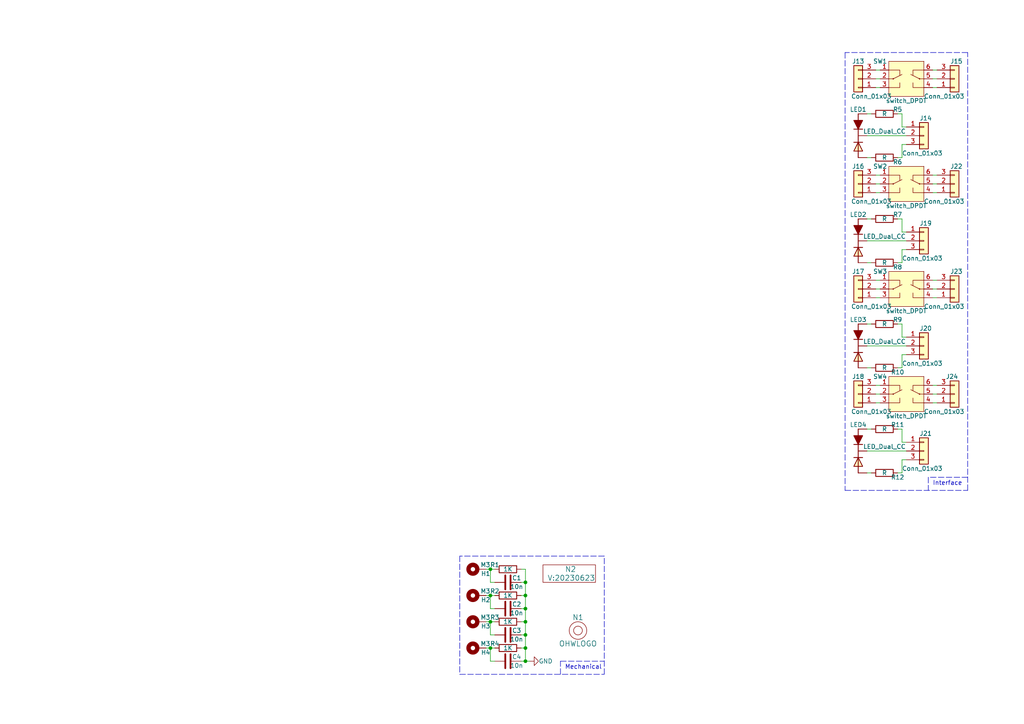
<source format=kicad_sch>
(kicad_sch (version 20211123) (generator eeschema)
  (paper "A4")
  (lib_symbols
    (symbol "Connector_Generic:Conn_01x03" (pin_names (offset 1.016) hide)
      (property "Reference" "J" (at 0 5.08 0))
      (property "Value" "Conn_01x03" (at 0 -5.08 0))
      (symbol "Conn_01x03_1_1"
        (rectangle (start -1.27 -2.413) (end 0 -2.667) (stroke (width 0.1524)))
        (rectangle (start -1.27 0.127) (end 0 -0.127) (stroke (width 0.1524)))
        (rectangle (start -1.27 2.667) (end 0 2.413) (stroke (width 0.1524)))
        (rectangle (start -1.27 3.81) (end 1.27 -3.81) (stroke (width 0.254)) (fill (type background)))
        (pin passive line (at -5.08 2.54 0) (length 3.81) (name "Pin_1") (number "1"))
        (pin passive line (at -5.08 0 0) (length 3.81) (name "Pin_2") (number "2"))
        (pin passive line (at -5.08 -2.54 0) (length 3.81) (name "Pin_3") (number "3"))
      )
    )
    (symbol "Device:C" (pin_numbers hide) (pin_names (offset 0.254))
      (property "Reference" "C" (at 0.635 2.54 0))
      (property "Value" "C" (at 0.635 -2.54 0))
      (symbol "C_0_1"
        (polyline (pts (xy -2.032 -0.762) (xy 2.032 -0.762)) (stroke (width 0.508)))
        (polyline (pts (xy -2.032 0.762) (xy 2.032 0.762)) (stroke (width 0.508)))
      )
      (symbol "C_1_1"
        (pin passive line (at 0 3.81 270) (length 2.794) (name "~") (number "1"))
        (pin passive line (at 0 -3.81 90) (length 2.794) (name "~") (number "2"))
      )
    )
    (symbol "Device:R" (pin_numbers hide) (pin_names (offset 0))
      (property "Reference" "R" (at 2.032 0 90))
      (property "Value" "R" (at 0 0 90))
      (symbol "R_0_1"
        (rectangle (start -1.016 -2.54) (end 1.016 2.54) (stroke (width 0.254)))
      )
      (symbol "R_1_1"
        (pin passive line (at 0 3.81 270) (length 1.27) (name "~") (number "1"))
        (pin passive line (at 0 -3.81 90) (length 1.27) (name "~") (number "2"))
      )
    )
    (symbol "Mechanical:MountingHole_Pad" (pin_numbers hide) (pin_names (offset 1.016) hide)
      (property "Reference" "H" (at 0 6.35 0))
      (property "Value" "MountingHole_Pad" (at 0 4.445 0))
      (symbol "MountingHole_Pad_0_1"
        (circle (center 0 1.27) (radius 1.27) (stroke (width 1.27)))
      )
      (symbol "MountingHole_Pad_1_1"
        (pin input line (at 0 -2.54 90) (length 2.54) (name "1") (number "1"))
      )
    )
    (symbol "SquantorDevice:LED_Dual_CC" (pin_numbers hide) (pin_names hide)
      (property "Reference" "LED" (at 0 8.89 0))
      (property "Value" "LED_Dual_CC" (at 0 -8.89 0))
      (symbol "LED_Dual_CC_0_1"
        (polyline (pts (xy -1.27 -1.905) (xy 1.27 -1.905)) (stroke (width 0.254)))
        (polyline (pts (xy -1.27 1.905) (xy 1.27 1.905)) (stroke (width 0.254)))
        (polyline (pts (xy 0 6.35) (xy 0 -6.35)) (stroke (width 0.254)))
        (polyline (pts (xy 0 -1.905) (xy -1.27 -4.445) (xy 1.27 -4.445) (xy 0 -1.905)) (stroke (width 0.254)) (fill (type background)))
        (polyline (pts (xy 0 1.905) (xy 1.27 4.445) (xy -1.27 4.445) (xy 0 1.905)) (stroke (width 0.254)) (fill (type outline)))
      )
      (symbol "LED_Dual_CC_1_1"
        (pin passive line (at -2.54 6.35 0) (length 2.54) (name "A1") (number "1"))
        (pin passive line (at -2.54 0 0) (length 2.54) (name "C") (number "2"))
        (pin passive line (at -2.54 -6.35 0) (length 2.54) (name "A2") (number "3"))
      )
    )
    (symbol "SquantorLabels:OHWLOGO" (pin_names (offset 1.016))
      (property "Reference" "N" (at 0 3.81 0))
      (property "Value" "OHWLOGO" (at 0 -3.81 0))
      (symbol "OHWLOGO_0_1"
        (circle (center 0 0) (radius 1.27))
        (circle (center 0 0) (radius 2.54))
      )
    )
    (symbol "SquantorLabels:VYYYYMMDD" (pin_names (offset 1.016))
      (property "Reference" "N" (at 0 2.54 0))
      (property "Value" "VYYYYMMDD" (at 0 0 0))
      (symbol "VYYYYMMDD_0_1"
        (rectangle (start 7.62 -1.27) (end -7.62 3.81))
      )
    )
    (symbol "SquantorSwitches:switch_DPDT" (pin_names hide)
      (property "Reference" "SW" (at 0 12.7 0))
      (property "Value" "switch_DPDT" (at 0 -10.795 0))
      (symbol "switch_DPDT_0_1"
        (rectangle (start -5.08 5.08) (end 5.08 -5.08) (fill (type background)))
        (circle (center -3.81 0) (radius 0.127))
        (polyline (pts (xy 4.445 5.08) (xy 4.445 5.08)))
        (polyline (pts (xy -5.08 -2.54) (xy -1.905 -2.54) (xy -1.905 -1.143)))
        (polyline (pts (xy -5.08 0) (xy -3.81 0) (xy -1.27 1.27)))
        (polyline (pts (xy -5.08 2.54) (xy -1.905 2.54) (xy -1.905 1.016)))
        (polyline (pts (xy 5.08 -2.54) (xy 1.905 -2.54) (xy 1.905 -1.143)))
        (polyline (pts (xy 5.08 0) (xy 3.81 0) (xy 1.27 1.27)))
        (polyline (pts (xy 5.08 2.54) (xy 1.905 2.54) (xy 1.905 1.016)))
        (circle (center 3.81 0) (radius 0.127))
        (rectangle (start 5.08 5.08) (end 5.08 5.08) (fill (type background)))
      )
      (symbol "switch_DPDT_1_1"
        (pin passive line (at -7.62 2.54 0) (length 2.54) (name "SW1_P1") (number "1"))
        (pin passive line (at -7.62 0 0) (length 2.54) (name "SW1_C1") (number "2"))
        (pin passive line (at -7.62 -2.54 0) (length 2.54) (name "SW1_P2") (number "3"))
        (pin passive line (at 7.62 -2.54 180) (length 2.54) (name "SW2_P2") (number "4"))
        (pin passive line (at 7.62 0 180) (length 2.54) (name "SW2_C1") (number "5"))
        (pin passive line (at 7.62 2.54 180) (length 2.54) (name "SW2_P2") (number "6"))
      )
    )
    (symbol "power:GND" (power) (pin_names (offset 0))
      (property "Value" "GND" (at 0 -3.81 0))
      (symbol "GND_0_1"
        (polyline (pts (xy 0 0) (xy 0 -1.27) (xy 1.27 -1.27) (xy 0 -2.54) (xy -1.27 -1.27) (xy 0 -1.27)))
      )
      (symbol "GND_1_1"
        (pin power_in line (at 0 0 270) (length 0) hide (name "GND") (number "1"))
      )
    )
  )
  (junction (at 152.4 172.72))
  (junction (at 142.24 165.1))
  (junction (at 152.4 187.96))
  (junction (at 142.24 187.96))
  (junction (at 142.24 180.34))
  (junction (at 152.4 180.34))
  (junction (at 152.4 168.91))
  (junction (at 152.4 191.77))
  (junction (at 152.4 184.15))
  (junction (at 152.4 176.53))
  (junction (at 142.24 172.72))
  (wire (pts (xy 152.4 191.77) (xy 153.67 191.77)))
  (wire (pts (xy 152.4 172.72) (xy 152.4 176.53)))
  (wire (pts (xy 261.62 67.31) (xy 261.62 63.5)))
  (wire (pts (xy 261.62 137.16) (xy 261.62 133.35)))
  (wire (pts (xy 254 86.36) (xy 255.27 86.36)))
  (wire (pts (xy 251.46 93.98) (xy 252.73 93.98)))
  (polyline (pts (xy 269.24 138.43) (xy 269.24 142.24)))
  (wire (pts (xy 254 22.86) (xy 255.27 22.86)))
  (polyline (pts (xy 162.56 195.58) (xy 162.56 191.77)))
  (wire (pts (xy 260.35 45.72) (xy 261.62 45.72)))
  (wire (pts (xy 142.24 180.34) (xy 143.51 180.34)))
  (wire (pts (xy 270.51 53.34) (xy 271.78 53.34)))
  (wire (pts (xy 151.13 184.15) (xy 152.4 184.15)))
  (polyline (pts (xy 245.11 142.24) (xy 280.67 142.24)))
  (wire (pts (xy 270.51 22.86) (xy 271.78 22.86)))
  (wire (pts (xy 143.51 168.91) (xy 142.24 168.91)))
  (wire (pts (xy 261.62 128.27) (xy 261.62 124.46)))
  (wire (pts (xy 261.62 76.2) (xy 261.62 72.39)))
  (wire (pts (xy 254 81.28) (xy 255.27 81.28)))
  (wire (pts (xy 251.46 63.5) (xy 252.73 63.5)))
  (polyline (pts (xy 175.26 195.58) (xy 175.26 161.29)))
  (wire (pts (xy 260.35 76.2) (xy 261.62 76.2)))
  (wire (pts (xy 261.62 72.39) (xy 262.89 72.39)))
  (wire (pts (xy 152.4 176.53) (xy 152.4 180.34)))
  (wire (pts (xy 142.24 191.77) (xy 142.24 187.96)))
  (wire (pts (xy 270.51 111.76) (xy 271.78 111.76)))
  (wire (pts (xy 261.62 124.46) (xy 260.35 124.46)))
  (wire (pts (xy 270.51 81.28) (xy 271.78 81.28)))
  (wire (pts (xy 142.24 165.1) (xy 143.51 165.1)))
  (wire (pts (xy 143.51 176.53) (xy 142.24 176.53)))
  (wire (pts (xy 261.62 45.72) (xy 261.62 41.91)))
  (polyline (pts (xy 280.67 138.43) (xy 269.24 138.43)))
  (wire (pts (xy 261.62 133.35) (xy 262.89 133.35)))
  (wire (pts (xy 270.51 55.88) (xy 271.78 55.88)))
  (wire (pts (xy 251.46 130.81) (xy 262.89 130.81)))
  (wire (pts (xy 142.24 184.15) (xy 143.51 184.15)))
  (polyline (pts (xy 280.67 15.24) (xy 245.11 15.24)))
  (wire (pts (xy 270.51 50.8) (xy 271.78 50.8)))
  (wire (pts (xy 254 53.34) (xy 255.27 53.34)))
  (wire (pts (xy 262.89 128.27) (xy 261.62 128.27)))
  (wire (pts (xy 251.46 100.33) (xy 262.89 100.33)))
  (wire (pts (xy 254 50.8) (xy 255.27 50.8)))
  (wire (pts (xy 261.62 106.68) (xy 261.62 102.87)))
  (wire (pts (xy 142.24 172.72) (xy 142.24 176.53)))
  (wire (pts (xy 151.13 187.96) (xy 152.4 187.96)))
  (wire (pts (xy 152.4 187.96) (xy 152.4 191.77)))
  (wire (pts (xy 270.51 114.3) (xy 271.78 114.3)))
  (wire (pts (xy 262.89 97.79) (xy 261.62 97.79)))
  (wire (pts (xy 261.62 93.98) (xy 260.35 93.98)))
  (wire (pts (xy 251.46 33.02) (xy 252.73 33.02)))
  (wire (pts (xy 254 25.4) (xy 255.27 25.4)))
  (wire (pts (xy 152.4 168.91) (xy 152.4 165.1)))
  (wire (pts (xy 142.24 172.72) (xy 143.51 172.72)))
  (wire (pts (xy 261.62 33.02) (xy 260.35 33.02)))
  (wire (pts (xy 262.89 36.83) (xy 261.62 36.83)))
  (wire (pts (xy 142.24 187.96) (xy 143.51 187.96)))
  (wire (pts (xy 261.62 102.87) (xy 262.89 102.87)))
  (polyline (pts (xy 162.56 191.77) (xy 175.26 191.77)))
  (wire (pts (xy 251.46 76.2) (xy 252.73 76.2)))
  (wire (pts (xy 270.51 83.82) (xy 271.78 83.82)))
  (wire (pts (xy 270.51 20.32) (xy 271.78 20.32)))
  (wire (pts (xy 251.46 39.37) (xy 262.89 39.37)))
  (wire (pts (xy 261.62 63.5) (xy 260.35 63.5)))
  (wire (pts (xy 270.51 25.4) (xy 271.78 25.4)))
  (wire (pts (xy 151.13 172.72) (xy 152.4 172.72)))
  (wire (pts (xy 142.24 168.91) (xy 142.24 165.1)))
  (wire (pts (xy 152.4 184.15) (xy 152.4 187.96)))
  (wire (pts (xy 260.35 137.16) (xy 261.62 137.16)))
  (wire (pts (xy 251.46 45.72) (xy 252.73 45.72)))
  (wire (pts (xy 254 114.3) (xy 255.27 114.3)))
  (polyline (pts (xy 133.35 161.29) (xy 133.35 195.58)))
  (wire (pts (xy 251.46 137.16) (xy 252.73 137.16)))
  (wire (pts (xy 142.24 180.34) (xy 142.24 184.15)))
  (wire (pts (xy 140.97 187.96) (xy 142.24 187.96)))
  (wire (pts (xy 251.46 124.46) (xy 252.73 124.46)))
  (wire (pts (xy 152.4 191.77) (xy 151.13 191.77)))
  (wire (pts (xy 262.89 67.31) (xy 261.62 67.31)))
  (wire (pts (xy 151.13 176.53) (xy 152.4 176.53)))
  (wire (pts (xy 143.51 191.77) (xy 142.24 191.77)))
  (wire (pts (xy 270.51 86.36) (xy 271.78 86.36)))
  (wire (pts (xy 251.46 69.85) (xy 262.89 69.85)))
  (wire (pts (xy 140.97 165.1) (xy 142.24 165.1)))
  (polyline (pts (xy 245.11 15.24) (xy 245.11 142.24)))
  (polyline (pts (xy 175.26 161.29) (xy 133.35 161.29)))
  (wire (pts (xy 152.4 168.91) (xy 152.4 172.72)))
  (wire (pts (xy 140.97 172.72) (xy 142.24 172.72)))
  (wire (pts (xy 254 20.32) (xy 255.27 20.32)))
  (wire (pts (xy 261.62 41.91) (xy 262.89 41.91)))
  (wire (pts (xy 254 83.82) (xy 255.27 83.82)))
  (wire (pts (xy 254 55.88) (xy 255.27 55.88)))
  (wire (pts (xy 270.51 116.84) (xy 271.78 116.84)))
  (wire (pts (xy 260.35 106.68) (xy 261.62 106.68)))
  (wire (pts (xy 251.46 106.68) (xy 252.73 106.68)))
  (wire (pts (xy 254 116.84) (xy 255.27 116.84)))
  (polyline (pts (xy 133.35 195.58) (xy 175.26 195.58)))
  (wire (pts (xy 152.4 180.34) (xy 152.4 184.15)))
  (wire (pts (xy 140.97 180.34) (xy 142.24 180.34)))
  (wire (pts (xy 151.13 180.34) (xy 152.4 180.34)))
  (wire (pts (xy 151.13 168.91) (xy 152.4 168.91)))
  (wire (pts (xy 261.62 36.83) (xy 261.62 33.02)))
  (wire (pts (xy 254 111.76) (xy 255.27 111.76)))
  (wire (pts (xy 261.62 97.79) (xy 261.62 93.98)))
  (polyline (pts (xy 280.67 142.24) (xy 280.67 15.24)))
  (wire (pts (xy 151.13 165.1) (xy 152.4 165.1)))
  (text "Interface" (at 270.51 140.97 0) (effects (font (size 1.27 1.27)) (justify left bottom)))
  (text "Mechanical" (at 163.83 194.31 0) (effects (font (size 1.27 1.27)) (justify left bottom)))
  (symbol (lib_id "SquantorLabels:OHWLOGO") (at 167.64 182.88 0) (unit 1)
    (property "Reference" "N1" (at 167.64 179.07 0) (effects (font (size 1.524 1.524))))
    (property "Value" "OHWLOGO" (at 167.64 186.69 0) (effects (font (size 1.524 1.524))))
    (property "Footprint" "Symbols:OSHW-Symbol_6.7x6mm_SilkScreen" (effects hide))
  )
  (symbol (lib_id "SquantorLabels:VYYYYMMDD") (at 165.1 167.64 0) (unit 1)
    (property "Reference" "N2" (at 163.83 165.1 0) (effects (font (size 1.524 1.524)) (justify left)))
    (property "Value" "V:20230623" (at 158.75 167.64 0) (effects (font (size 1.524 1.524)) (justify left)))
    (property "Footprint" "SquantorLabels:Label_Generic" (effects hide))
  )
  (symbol (lib_id "Mechanical:MountingHole_Pad") (at 138.43 165.1 90) (unit 1)
    (property "Reference" "H1" (at 142.24 166.37 90) (effects (justify left)))
    (property "Value" "M3" (at 142.24 163.83 90) (effects (justify left)))
    (property "Footprint" "MountingHole:MountingHole_3.2mm_M3_Pad_Via" (effects hide))
  )
  (symbol (lib_id "Mechanical:MountingHole_Pad") (at 138.43 172.72 90) (unit 1)
    (property "Reference" "H2" (at 142.24 173.99 90) (effects (justify left)))
    (property "Value" "M3" (at 142.24 171.45 90) (effects (justify left)))
    (property "Footprint" "MountingHole:MountingHole_3.2mm_M3_Pad_Via" (effects hide))
  )
  (symbol (lib_id "Mechanical:MountingHole_Pad") (at 138.43 180.34 90) (unit 1)
    (property "Reference" "H3" (at 142.24 181.61 90) (effects (justify left)))
    (property "Value" "M3" (at 142.24 179.07 90) (effects (justify left)))
    (property "Footprint" "MountingHole:MountingHole_3.2mm_M3_Pad_Via" (effects hide))
  )
  (symbol (lib_id "Mechanical:MountingHole_Pad") (at 138.43 187.96 90) (unit 1)
    (property "Reference" "H4" (at 142.24 189.23 90) (effects (justify left)))
    (property "Value" "M3" (at 142.24 186.69 90) (effects (justify left)))
    (property "Footprint" "MountingHole:MountingHole_3.2mm_M3_Pad_Via" (effects hide))
  )
  (symbol (lib_id "SquantorDevice:LED_Dual_CC") (at 248.92 69.85 0) (mirror y) (unit 1)
    (property "Reference" "LED2" (at 248.92 62.23 0))
    (property "Value" "LED_Dual_CC" (at 256.54 68.58 0))
    (property "Footprint" "SquantorDiodes:LED_DUAL_TH245_90deg" (effects hide))
  )
  (symbol (lib_id "SquantorSwitches:switch_DPDT") (at 262.89 22.86 0) (unit 1)
    (property "Reference" "SW1" (at 255.27 17.78 0))
    (property "Value" "switch_DPDT" (at 262.89 29.21 0))
    (property "Footprint" "SquantorSwitches:PS-22F02" (effects hide))
  )
  (symbol (lib_id "Connector_Generic:Conn_01x03") (at 276.86 114.3 0) (mirror x) (unit 1)
    (property "Reference" "J24" (at 274.32 109.22 0) (effects (justify left)))
    (property "Value" "Conn_01x03" (at 267.97 119.38 0) (effects (justify left)))
    (property "Footprint" "Connector_JST:JST_PH_B3B-PH-K_1x03_P2.00mm_Vertical" (effects hide))
  )
  (symbol (lib_id "SquantorSwitches:switch_DPDT") (at 262.89 53.34 0) (unit 1)
    (property "Reference" "SW2" (at 255.27 48.26 0))
    (property "Value" "switch_DPDT" (at 262.89 59.69 0))
    (property "Footprint" "SquantorSwitches:PS-22F02" (effects hide))
  )
  (symbol (lib_id "Device:C") (at 147.32 176.53 90) (unit 1)
    (property "Reference" "C2" (at 149.86 175.26 90))
    (property "Value" "10n" (at 149.86 177.8 90))
    (property "Footprint" "SquantorRcl:C_0805+0603" (effects hide))
  )
  (symbol (lib_id "Connector_Generic:Conn_01x03") (at 248.92 83.82 180) (unit 1)
    (property "Reference" "J17" (at 248.92 78.74 0))
    (property "Value" "Conn_01x03" (at 252.73 88.9 0))
    (property "Footprint" "Connector_JST:JST_PH_B3B-PH-K_1x03_P2.00mm_Vertical" (effects hide))
  )
  (symbol (lib_id "Device:C") (at 147.32 184.15 90) (unit 1)
    (property "Reference" "C3" (at 149.86 182.88 90))
    (property "Value" "10n" (at 149.86 185.42 90))
    (property "Footprint" "SquantorRcl:C_0805+0603" (effects hide))
  )
  (symbol (lib_id "Device:R") (at 147.32 187.96 90) (unit 1)
    (property "Reference" "R4" (at 143.51 186.69 90))
    (property "Value" "1K" (at 147.32 187.96 90))
    (property "Footprint" "SquantorRcl:R_0805+0603" (effects hide))
  )
  (symbol (lib_id "Connector_Generic:Conn_01x03") (at 267.97 39.37 0) (unit 1)
    (property "Reference" "J14" (at 266.7 34.29 0) (effects (justify left)))
    (property "Value" "Conn_01x03" (at 261.62 44.45 0) (effects (justify left)))
    (property "Footprint" "Connector_JST:JST_PH_B3B-PH-K_1x03_P2.00mm_Vertical" (effects hide))
  )
  (symbol (lib_id "Connector_Generic:Conn_01x03") (at 248.92 22.86 180) (unit 1)
    (property "Reference" "J13" (at 248.92 17.78 0))
    (property "Value" "Conn_01x03" (at 252.73 27.94 0))
    (property "Footprint" "Connector_JST:JST_PH_B3B-PH-K_1x03_P2.00mm_Vertical" (effects hide))
  )
  (symbol (lib_id "Device:R") (at 256.54 76.2 90) (unit 1)
    (property "Reference" "R8" (at 260.35 77.47 90))
    (property "Value" "R" (at 256.54 76.2 90))
    (property "Footprint" "SquantorRcl:R_0603_hand" (effects hide))
  )
  (symbol (lib_id "Device:R") (at 256.54 137.16 90) (unit 1)
    (property "Reference" "R12" (at 260.35 138.43 90))
    (property "Value" "R" (at 256.54 137.16 90))
    (property "Footprint" "SquantorRcl:R_0603_hand" (effects hide))
  )
  (symbol (lib_id "Device:C") (at 147.32 168.91 90) (unit 1)
    (property "Reference" "C1" (at 149.86 167.64 90))
    (property "Value" "10n" (at 149.86 170.18 90))
    (property "Footprint" "SquantorRcl:C_0805+0603" (effects hide))
  )
  (symbol (lib_id "Device:R") (at 256.54 93.98 90) (unit 1)
    (property "Reference" "R9" (at 260.35 92.71 90))
    (property "Value" "R" (at 256.54 93.98 90))
    (property "Footprint" "SquantorRcl:R_0603_hand" (effects hide))
  )
  (symbol (lib_id "Device:R") (at 147.32 172.72 90) (unit 1)
    (property "Reference" "R2" (at 143.51 171.45 90))
    (property "Value" "1K" (at 147.32 172.72 90))
    (property "Footprint" "SquantorRcl:R_0805+0603" (effects hide))
  )
  (symbol (lib_id "Connector_Generic:Conn_01x03") (at 276.86 22.86 0) (mirror x) (unit 1)
    (property "Reference" "J15" (at 275.59 17.78 0) (effects (justify left)))
    (property "Value" "Conn_01x03" (at 267.97 27.94 0) (effects (justify left)))
    (property "Footprint" "Connector_JST:JST_PH_B3B-PH-K_1x03_P2.00mm_Vertical" (effects hide))
  )
  (symbol (lib_id "SquantorDevice:LED_Dual_CC") (at 248.92 130.81 0) (mirror y) (unit 1)
    (property "Reference" "LED4" (at 248.92 123.19 0))
    (property "Value" "LED_Dual_CC" (at 256.54 129.54 0))
    (property "Footprint" "SquantorDiodes:LED_DUAL_TH245_90deg" (effects hide))
  )
  (symbol (lib_id "SquantorSwitches:switch_DPDT") (at 262.89 83.82 0) (unit 1)
    (property "Reference" "SW3" (at 255.27 78.74 0))
    (property "Value" "switch_DPDT" (at 262.89 90.17 0))
    (property "Footprint" "SquantorSwitches:PS-22F02" (effects hide))
  )
  (symbol (lib_id "Device:R") (at 256.54 124.46 90) (unit 1)
    (property "Reference" "R11" (at 260.35 123.19 90))
    (property "Value" "R" (at 256.54 124.46 90))
    (property "Footprint" "SquantorRcl:R_0603_hand" (effects hide))
  )
  (symbol (lib_id "Connector_Generic:Conn_01x03") (at 248.92 114.3 180) (unit 1)
    (property "Reference" "J18" (at 248.92 109.22 0))
    (property "Value" "Conn_01x03" (at 252.73 119.38 0))
    (property "Footprint" "Connector_JST:JST_PH_B3B-PH-K_1x03_P2.00mm_Vertical" (effects hide))
  )
  (symbol (lib_id "Connector_Generic:Conn_01x03") (at 267.97 100.33 0) (unit 1)
    (property "Reference" "J20" (at 266.7 95.25 0) (effects (justify left)))
    (property "Value" "Conn_01x03" (at 261.62 105.41 0) (effects (justify left)))
    (property "Footprint" "Connector_JST:JST_PH_B3B-PH-K_1x03_P2.00mm_Vertical" (effects hide))
  )
  (symbol (lib_id "SquantorDevice:LED_Dual_CC") (at 248.92 100.33 0) (mirror y) (unit 1)
    (property "Reference" "LED3" (at 248.92 92.71 0))
    (property "Value" "LED_Dual_CC" (at 256.54 99.06 0))
    (property "Footprint" "SquantorDiodes:LED_DUAL_TH245_90deg" (effects hide))
  )
  (symbol (lib_id "SquantorDevice:LED_Dual_CC") (at 248.92 39.37 0) (mirror y) (unit 1)
    (property "Reference" "LED1" (at 248.92 31.75 0))
    (property "Value" "LED_Dual_CC" (at 256.54 38.1 0))
    (property "Footprint" "SquantorDiodes:LED_DUAL_TH245_90deg" (effects hide))
  )
  (symbol (lib_id "Device:R") (at 256.54 33.02 90) (unit 1)
    (property "Reference" "R5" (at 260.35 31.75 90))
    (property "Value" "R" (at 256.54 33.02 90))
    (property "Footprint" "SquantorRcl:R_0603_hand" (effects hide))
  )
  (symbol (lib_id "Device:R") (at 256.54 106.68 90) (unit 1)
    (property "Reference" "R10" (at 260.35 107.95 90))
    (property "Value" "R" (at 256.54 106.68 90))
    (property "Footprint" "SquantorRcl:R_0603_hand" (effects hide))
  )
  (symbol (lib_id "Device:R") (at 256.54 45.72 90) (unit 1)
    (property "Reference" "R6" (at 260.35 46.99 90))
    (property "Value" "R" (at 256.54 45.72 90))
    (property "Footprint" "SquantorRcl:R_0603_hand" (effects hide))
  )
  (symbol (lib_id "power:GND") (at 153.67 191.77 90) (mirror x) (unit 1)
    (property "Reference" "#PWR0128" (effects hide))
    (property "Value" "GND" (at 156.21 191.77 90) (effects (justify right)))
  )
  (symbol (lib_id "Connector_Generic:Conn_01x03") (at 267.97 130.81 0) (unit 1)
    (property "Reference" "J21" (at 266.7 125.73 0) (effects (justify left)))
    (property "Value" "Conn_01x03" (at 261.62 135.89 0) (effects (justify left)))
    (property "Footprint" "Connector_JST:JST_PH_B3B-PH-K_1x03_P2.00mm_Vertical" (effects hide))
  )
  (symbol (lib_id "Connector_Generic:Conn_01x03") (at 267.97 69.85 0) (unit 1)
    (property "Reference" "J19" (at 266.7 64.77 0) (effects (justify left)))
    (property "Value" "Conn_01x03" (at 261.62 74.93 0) (effects (justify left)))
    (property "Footprint" "Connector_JST:JST_PH_B3B-PH-K_1x03_P2.00mm_Vertical" (effects hide))
  )
  (symbol (lib_id "Device:R") (at 147.32 180.34 90) (unit 1)
    (property "Reference" "R3" (at 143.51 179.07 90))
    (property "Value" "1K" (at 147.32 180.34 90))
    (property "Footprint" "SquantorRcl:R_0805+0603" (effects hide))
  )
  (symbol (lib_id "Device:C") (at 147.32 191.77 90) (unit 1)
    (property "Reference" "C4" (at 149.86 190.5 90))
    (property "Value" "10n" (at 149.86 193.04 90))
    (property "Footprint" "SquantorRcl:C_0805+0603" (effects hide))
  )
  (symbol (lib_id "Device:R") (at 256.54 63.5 90) (unit 1)
    (property "Reference" "R7" (at 260.35 62.23 90))
    (property "Value" "R" (at 256.54 63.5 90))
    (property "Footprint" "SquantorRcl:R_0603_hand" (effects hide))
  )
  (symbol (lib_id "SquantorSwitches:switch_DPDT") (at 262.89 114.3 0) (unit 1)
    (property "Reference" "SW4" (at 255.27 109.22 0))
    (property "Value" "switch_DPDT" (at 262.89 120.65 0))
    (property "Footprint" "SquantorSwitches:PS-22F02" (effects hide))
  )
  (symbol (lib_id "Device:R") (at 147.32 165.1 90) (unit 1)
    (property "Reference" "R1" (at 143.51 163.83 90))
    (property "Value" "1K" (at 147.32 165.1 90))
    (property "Footprint" "SquantorRcl:R_0805+0603" (effects hide))
  )
  (symbol (lib_id "Connector_Generic:Conn_01x03") (at 276.86 83.82 0) (mirror x) (unit 1)
    (property "Reference" "J23" (at 275.59 78.74 0) (effects (justify left)))
    (property "Value" "Conn_01x03" (at 267.97 88.9 0) (effects (justify left)))
    (property "Footprint" "Connector_JST:JST_PH_B3B-PH-K_1x03_P2.00mm_Vertical" (effects hide))
  )
  (symbol (lib_id "Connector_Generic:Conn_01x03") (at 276.86 53.34 0) (mirror x) (unit 1)
    (property "Reference" "J22" (at 275.59 48.26 0) (effects (justify left)))
    (property "Value" "Conn_01x03" (at 267.97 58.42 0) (effects (justify left)))
    (property "Footprint" "Connector_JST:JST_PH_B3B-PH-K_1x03_P2.00mm_Vertical" (effects hide))
  )
  (symbol (lib_id "Connector_Generic:Conn_01x03") (at 248.92 53.34 180) (unit 1)
    (property "Reference" "J16" (at 248.92 48.26 0))
    (property "Value" "Conn_01x03" (at 252.73 58.42 0))
    (property "Footprint" "Connector_JST:JST_PH_B3B-PH-K_1x03_P2.00mm_Vertical" (effects hide))
  )
)
</source>
